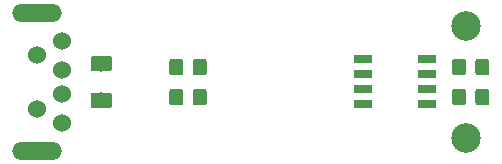
<source format=gbr>
%TF.GenerationSoftware,KiCad,Pcbnew,(5.1.0)-1*%
%TF.CreationDate,2024-04-08T09:54:17+02:00*%
%TF.ProjectId,USB-UART_RS422,5553422d-5541-4525-945f-52533432322e,rev?*%
%TF.SameCoordinates,Original*%
%TF.FileFunction,Soldermask,Bot*%
%TF.FilePolarity,Negative*%
%FSLAX46Y46*%
G04 Gerber Fmt 4.6, Leading zero omitted, Abs format (unit mm)*
G04 Created by KiCad (PCBNEW (5.1.0)-1) date 2024-04-08 09:54:17*
%MOMM*%
%LPD*%
G04 APERTURE LIST*
%ADD10C,0.100000*%
%ADD11C,1.200000*%
%ADD12C,1.325000*%
%ADD13R,1.525000X0.650000*%
%ADD14C,2.500000*%
%ADD15C,1.524000*%
%ADD16O,4.200000X1.524000*%
G04 APERTURE END LIST*
D10*
%TO.C,R3*%
G36*
X150754505Y-96571204D02*
G01*
X150778773Y-96574804D01*
X150802572Y-96580765D01*
X150825671Y-96589030D01*
X150847850Y-96599520D01*
X150868893Y-96612132D01*
X150888599Y-96626747D01*
X150906777Y-96643223D01*
X150923253Y-96661401D01*
X150937868Y-96681107D01*
X150950480Y-96702150D01*
X150960970Y-96724329D01*
X150969235Y-96747428D01*
X150975196Y-96771227D01*
X150978796Y-96795495D01*
X150980000Y-96819999D01*
X150980000Y-97720001D01*
X150978796Y-97744505D01*
X150975196Y-97768773D01*
X150969235Y-97792572D01*
X150960970Y-97815671D01*
X150950480Y-97837850D01*
X150937868Y-97858893D01*
X150923253Y-97878599D01*
X150906777Y-97896777D01*
X150888599Y-97913253D01*
X150868893Y-97927868D01*
X150847850Y-97940480D01*
X150825671Y-97950970D01*
X150802572Y-97959235D01*
X150778773Y-97965196D01*
X150754505Y-97968796D01*
X150730001Y-97970000D01*
X150029999Y-97970000D01*
X150005495Y-97968796D01*
X149981227Y-97965196D01*
X149957428Y-97959235D01*
X149934329Y-97950970D01*
X149912150Y-97940480D01*
X149891107Y-97927868D01*
X149871401Y-97913253D01*
X149853223Y-97896777D01*
X149836747Y-97878599D01*
X149822132Y-97858893D01*
X149809520Y-97837850D01*
X149799030Y-97815671D01*
X149790765Y-97792572D01*
X149784804Y-97768773D01*
X149781204Y-97744505D01*
X149780000Y-97720001D01*
X149780000Y-96819999D01*
X149781204Y-96795495D01*
X149784804Y-96771227D01*
X149790765Y-96747428D01*
X149799030Y-96724329D01*
X149809520Y-96702150D01*
X149822132Y-96681107D01*
X149836747Y-96661401D01*
X149853223Y-96643223D01*
X149871401Y-96626747D01*
X149891107Y-96612132D01*
X149912150Y-96599520D01*
X149934329Y-96589030D01*
X149957428Y-96580765D01*
X149981227Y-96574804D01*
X150005495Y-96571204D01*
X150029999Y-96570000D01*
X150730001Y-96570000D01*
X150754505Y-96571204D01*
X150754505Y-96571204D01*
G37*
D11*
X150380000Y-97270000D03*
D10*
G36*
X148754505Y-96571204D02*
G01*
X148778773Y-96574804D01*
X148802572Y-96580765D01*
X148825671Y-96589030D01*
X148847850Y-96599520D01*
X148868893Y-96612132D01*
X148888599Y-96626747D01*
X148906777Y-96643223D01*
X148923253Y-96661401D01*
X148937868Y-96681107D01*
X148950480Y-96702150D01*
X148960970Y-96724329D01*
X148969235Y-96747428D01*
X148975196Y-96771227D01*
X148978796Y-96795495D01*
X148980000Y-96819999D01*
X148980000Y-97720001D01*
X148978796Y-97744505D01*
X148975196Y-97768773D01*
X148969235Y-97792572D01*
X148960970Y-97815671D01*
X148950480Y-97837850D01*
X148937868Y-97858893D01*
X148923253Y-97878599D01*
X148906777Y-97896777D01*
X148888599Y-97913253D01*
X148868893Y-97927868D01*
X148847850Y-97940480D01*
X148825671Y-97950970D01*
X148802572Y-97959235D01*
X148778773Y-97965196D01*
X148754505Y-97968796D01*
X148730001Y-97970000D01*
X148029999Y-97970000D01*
X148005495Y-97968796D01*
X147981227Y-97965196D01*
X147957428Y-97959235D01*
X147934329Y-97950970D01*
X147912150Y-97940480D01*
X147891107Y-97927868D01*
X147871401Y-97913253D01*
X147853223Y-97896777D01*
X147836747Y-97878599D01*
X147822132Y-97858893D01*
X147809520Y-97837850D01*
X147799030Y-97815671D01*
X147790765Y-97792572D01*
X147784804Y-97768773D01*
X147781204Y-97744505D01*
X147780000Y-97720001D01*
X147780000Y-96819999D01*
X147781204Y-96795495D01*
X147784804Y-96771227D01*
X147790765Y-96747428D01*
X147799030Y-96724329D01*
X147809520Y-96702150D01*
X147822132Y-96681107D01*
X147836747Y-96661401D01*
X147853223Y-96643223D01*
X147871401Y-96626747D01*
X147891107Y-96612132D01*
X147912150Y-96599520D01*
X147934329Y-96589030D01*
X147957428Y-96580765D01*
X147981227Y-96574804D01*
X148005495Y-96571204D01*
X148029999Y-96570000D01*
X148730001Y-96570000D01*
X148754505Y-96571204D01*
X148754505Y-96571204D01*
G37*
D11*
X148380000Y-97270000D03*
%TD*%
D10*
%TO.C,C0*%
G36*
X118784506Y-96901204D02*
G01*
X118808774Y-96904804D01*
X118832573Y-96910765D01*
X118855672Y-96919030D01*
X118877850Y-96929519D01*
X118898893Y-96942132D01*
X118918599Y-96956747D01*
X118936777Y-96973223D01*
X118953253Y-96991401D01*
X118967868Y-97011107D01*
X118980481Y-97032150D01*
X118990970Y-97054328D01*
X118999235Y-97077427D01*
X119005196Y-97101226D01*
X119008796Y-97125494D01*
X119010000Y-97149998D01*
X119010000Y-97975002D01*
X119008796Y-97999506D01*
X119005196Y-98023774D01*
X118999235Y-98047573D01*
X118990970Y-98070672D01*
X118980481Y-98092850D01*
X118967868Y-98113893D01*
X118953253Y-98133599D01*
X118936777Y-98151777D01*
X118918599Y-98168253D01*
X118898893Y-98182868D01*
X118877850Y-98195481D01*
X118855672Y-98205970D01*
X118832573Y-98214235D01*
X118808774Y-98220196D01*
X118784506Y-98223796D01*
X118760002Y-98225000D01*
X117459998Y-98225000D01*
X117435494Y-98223796D01*
X117411226Y-98220196D01*
X117387427Y-98214235D01*
X117364328Y-98205970D01*
X117342150Y-98195481D01*
X117321107Y-98182868D01*
X117301401Y-98168253D01*
X117283223Y-98151777D01*
X117266747Y-98133599D01*
X117252132Y-98113893D01*
X117239519Y-98092850D01*
X117229030Y-98070672D01*
X117220765Y-98047573D01*
X117214804Y-98023774D01*
X117211204Y-97999506D01*
X117210000Y-97975002D01*
X117210000Y-97149998D01*
X117211204Y-97125494D01*
X117214804Y-97101226D01*
X117220765Y-97077427D01*
X117229030Y-97054328D01*
X117239519Y-97032150D01*
X117252132Y-97011107D01*
X117266747Y-96991401D01*
X117283223Y-96973223D01*
X117301401Y-96956747D01*
X117321107Y-96942132D01*
X117342150Y-96929519D01*
X117364328Y-96919030D01*
X117387427Y-96910765D01*
X117411226Y-96904804D01*
X117435494Y-96901204D01*
X117459998Y-96900000D01*
X118760002Y-96900000D01*
X118784506Y-96901204D01*
X118784506Y-96901204D01*
G37*
D12*
X118110000Y-97562500D03*
D10*
G36*
X118784506Y-93776204D02*
G01*
X118808774Y-93779804D01*
X118832573Y-93785765D01*
X118855672Y-93794030D01*
X118877850Y-93804519D01*
X118898893Y-93817132D01*
X118918599Y-93831747D01*
X118936777Y-93848223D01*
X118953253Y-93866401D01*
X118967868Y-93886107D01*
X118980481Y-93907150D01*
X118990970Y-93929328D01*
X118999235Y-93952427D01*
X119005196Y-93976226D01*
X119008796Y-94000494D01*
X119010000Y-94024998D01*
X119010000Y-94850002D01*
X119008796Y-94874506D01*
X119005196Y-94898774D01*
X118999235Y-94922573D01*
X118990970Y-94945672D01*
X118980481Y-94967850D01*
X118967868Y-94988893D01*
X118953253Y-95008599D01*
X118936777Y-95026777D01*
X118918599Y-95043253D01*
X118898893Y-95057868D01*
X118877850Y-95070481D01*
X118855672Y-95080970D01*
X118832573Y-95089235D01*
X118808774Y-95095196D01*
X118784506Y-95098796D01*
X118760002Y-95100000D01*
X117459998Y-95100000D01*
X117435494Y-95098796D01*
X117411226Y-95095196D01*
X117387427Y-95089235D01*
X117364328Y-95080970D01*
X117342150Y-95070481D01*
X117321107Y-95057868D01*
X117301401Y-95043253D01*
X117283223Y-95026777D01*
X117266747Y-95008599D01*
X117252132Y-94988893D01*
X117239519Y-94967850D01*
X117229030Y-94945672D01*
X117220765Y-94922573D01*
X117214804Y-94898774D01*
X117211204Y-94874506D01*
X117210000Y-94850002D01*
X117210000Y-94024998D01*
X117211204Y-94000494D01*
X117214804Y-93976226D01*
X117220765Y-93952427D01*
X117229030Y-93929328D01*
X117239519Y-93907150D01*
X117252132Y-93886107D01*
X117266747Y-93866401D01*
X117283223Y-93848223D01*
X117301401Y-93831747D01*
X117321107Y-93817132D01*
X117342150Y-93804519D01*
X117364328Y-93794030D01*
X117387427Y-93785765D01*
X117411226Y-93779804D01*
X117435494Y-93776204D01*
X117459998Y-93775000D01*
X118760002Y-93775000D01*
X118784506Y-93776204D01*
X118784506Y-93776204D01*
G37*
D12*
X118110000Y-94437500D03*
%TD*%
D13*
%TO.C,IC1*%
X140288000Y-97905000D03*
X140288000Y-96635000D03*
X140288000Y-95365000D03*
X140288000Y-94095000D03*
X145712000Y-94095000D03*
X145712000Y-95365000D03*
X145712000Y-96635000D03*
X145712000Y-97905000D03*
%TD*%
D10*
%TO.C,R1*%
G36*
X126834505Y-94051204D02*
G01*
X126858773Y-94054804D01*
X126882572Y-94060765D01*
X126905671Y-94069030D01*
X126927850Y-94079520D01*
X126948893Y-94092132D01*
X126968599Y-94106747D01*
X126986777Y-94123223D01*
X127003253Y-94141401D01*
X127017868Y-94161107D01*
X127030480Y-94182150D01*
X127040970Y-94204329D01*
X127049235Y-94227428D01*
X127055196Y-94251227D01*
X127058796Y-94275495D01*
X127060000Y-94299999D01*
X127060000Y-95200001D01*
X127058796Y-95224505D01*
X127055196Y-95248773D01*
X127049235Y-95272572D01*
X127040970Y-95295671D01*
X127030480Y-95317850D01*
X127017868Y-95338893D01*
X127003253Y-95358599D01*
X126986777Y-95376777D01*
X126968599Y-95393253D01*
X126948893Y-95407868D01*
X126927850Y-95420480D01*
X126905671Y-95430970D01*
X126882572Y-95439235D01*
X126858773Y-95445196D01*
X126834505Y-95448796D01*
X126810001Y-95450000D01*
X126109999Y-95450000D01*
X126085495Y-95448796D01*
X126061227Y-95445196D01*
X126037428Y-95439235D01*
X126014329Y-95430970D01*
X125992150Y-95420480D01*
X125971107Y-95407868D01*
X125951401Y-95393253D01*
X125933223Y-95376777D01*
X125916747Y-95358599D01*
X125902132Y-95338893D01*
X125889520Y-95317850D01*
X125879030Y-95295671D01*
X125870765Y-95272572D01*
X125864804Y-95248773D01*
X125861204Y-95224505D01*
X125860000Y-95200001D01*
X125860000Y-94299999D01*
X125861204Y-94275495D01*
X125864804Y-94251227D01*
X125870765Y-94227428D01*
X125879030Y-94204329D01*
X125889520Y-94182150D01*
X125902132Y-94161107D01*
X125916747Y-94141401D01*
X125933223Y-94123223D01*
X125951401Y-94106747D01*
X125971107Y-94092132D01*
X125992150Y-94079520D01*
X126014329Y-94069030D01*
X126037428Y-94060765D01*
X126061227Y-94054804D01*
X126085495Y-94051204D01*
X126109999Y-94050000D01*
X126810001Y-94050000D01*
X126834505Y-94051204D01*
X126834505Y-94051204D01*
G37*
D11*
X126460000Y-94750000D03*
D10*
G36*
X124834505Y-94051204D02*
G01*
X124858773Y-94054804D01*
X124882572Y-94060765D01*
X124905671Y-94069030D01*
X124927850Y-94079520D01*
X124948893Y-94092132D01*
X124968599Y-94106747D01*
X124986777Y-94123223D01*
X125003253Y-94141401D01*
X125017868Y-94161107D01*
X125030480Y-94182150D01*
X125040970Y-94204329D01*
X125049235Y-94227428D01*
X125055196Y-94251227D01*
X125058796Y-94275495D01*
X125060000Y-94299999D01*
X125060000Y-95200001D01*
X125058796Y-95224505D01*
X125055196Y-95248773D01*
X125049235Y-95272572D01*
X125040970Y-95295671D01*
X125030480Y-95317850D01*
X125017868Y-95338893D01*
X125003253Y-95358599D01*
X124986777Y-95376777D01*
X124968599Y-95393253D01*
X124948893Y-95407868D01*
X124927850Y-95420480D01*
X124905671Y-95430970D01*
X124882572Y-95439235D01*
X124858773Y-95445196D01*
X124834505Y-95448796D01*
X124810001Y-95450000D01*
X124109999Y-95450000D01*
X124085495Y-95448796D01*
X124061227Y-95445196D01*
X124037428Y-95439235D01*
X124014329Y-95430970D01*
X123992150Y-95420480D01*
X123971107Y-95407868D01*
X123951401Y-95393253D01*
X123933223Y-95376777D01*
X123916747Y-95358599D01*
X123902132Y-95338893D01*
X123889520Y-95317850D01*
X123879030Y-95295671D01*
X123870765Y-95272572D01*
X123864804Y-95248773D01*
X123861204Y-95224505D01*
X123860000Y-95200001D01*
X123860000Y-94299999D01*
X123861204Y-94275495D01*
X123864804Y-94251227D01*
X123870765Y-94227428D01*
X123879030Y-94204329D01*
X123889520Y-94182150D01*
X123902132Y-94161107D01*
X123916747Y-94141401D01*
X123933223Y-94123223D01*
X123951401Y-94106747D01*
X123971107Y-94092132D01*
X123992150Y-94079520D01*
X124014329Y-94069030D01*
X124037428Y-94060765D01*
X124061227Y-94054804D01*
X124085495Y-94051204D01*
X124109999Y-94050000D01*
X124810001Y-94050000D01*
X124834505Y-94051204D01*
X124834505Y-94051204D01*
G37*
D11*
X124460000Y-94750000D03*
%TD*%
D10*
%TO.C,R2*%
G36*
X126834505Y-96591204D02*
G01*
X126858773Y-96594804D01*
X126882572Y-96600765D01*
X126905671Y-96609030D01*
X126927850Y-96619520D01*
X126948893Y-96632132D01*
X126968599Y-96646747D01*
X126986777Y-96663223D01*
X127003253Y-96681401D01*
X127017868Y-96701107D01*
X127030480Y-96722150D01*
X127040970Y-96744329D01*
X127049235Y-96767428D01*
X127055196Y-96791227D01*
X127058796Y-96815495D01*
X127060000Y-96839999D01*
X127060000Y-97740001D01*
X127058796Y-97764505D01*
X127055196Y-97788773D01*
X127049235Y-97812572D01*
X127040970Y-97835671D01*
X127030480Y-97857850D01*
X127017868Y-97878893D01*
X127003253Y-97898599D01*
X126986777Y-97916777D01*
X126968599Y-97933253D01*
X126948893Y-97947868D01*
X126927850Y-97960480D01*
X126905671Y-97970970D01*
X126882572Y-97979235D01*
X126858773Y-97985196D01*
X126834505Y-97988796D01*
X126810001Y-97990000D01*
X126109999Y-97990000D01*
X126085495Y-97988796D01*
X126061227Y-97985196D01*
X126037428Y-97979235D01*
X126014329Y-97970970D01*
X125992150Y-97960480D01*
X125971107Y-97947868D01*
X125951401Y-97933253D01*
X125933223Y-97916777D01*
X125916747Y-97898599D01*
X125902132Y-97878893D01*
X125889520Y-97857850D01*
X125879030Y-97835671D01*
X125870765Y-97812572D01*
X125864804Y-97788773D01*
X125861204Y-97764505D01*
X125860000Y-97740001D01*
X125860000Y-96839999D01*
X125861204Y-96815495D01*
X125864804Y-96791227D01*
X125870765Y-96767428D01*
X125879030Y-96744329D01*
X125889520Y-96722150D01*
X125902132Y-96701107D01*
X125916747Y-96681401D01*
X125933223Y-96663223D01*
X125951401Y-96646747D01*
X125971107Y-96632132D01*
X125992150Y-96619520D01*
X126014329Y-96609030D01*
X126037428Y-96600765D01*
X126061227Y-96594804D01*
X126085495Y-96591204D01*
X126109999Y-96590000D01*
X126810001Y-96590000D01*
X126834505Y-96591204D01*
X126834505Y-96591204D01*
G37*
D11*
X126460000Y-97290000D03*
D10*
G36*
X124834505Y-96591204D02*
G01*
X124858773Y-96594804D01*
X124882572Y-96600765D01*
X124905671Y-96609030D01*
X124927850Y-96619520D01*
X124948893Y-96632132D01*
X124968599Y-96646747D01*
X124986777Y-96663223D01*
X125003253Y-96681401D01*
X125017868Y-96701107D01*
X125030480Y-96722150D01*
X125040970Y-96744329D01*
X125049235Y-96767428D01*
X125055196Y-96791227D01*
X125058796Y-96815495D01*
X125060000Y-96839999D01*
X125060000Y-97740001D01*
X125058796Y-97764505D01*
X125055196Y-97788773D01*
X125049235Y-97812572D01*
X125040970Y-97835671D01*
X125030480Y-97857850D01*
X125017868Y-97878893D01*
X125003253Y-97898599D01*
X124986777Y-97916777D01*
X124968599Y-97933253D01*
X124948893Y-97947868D01*
X124927850Y-97960480D01*
X124905671Y-97970970D01*
X124882572Y-97979235D01*
X124858773Y-97985196D01*
X124834505Y-97988796D01*
X124810001Y-97990000D01*
X124109999Y-97990000D01*
X124085495Y-97988796D01*
X124061227Y-97985196D01*
X124037428Y-97979235D01*
X124014329Y-97970970D01*
X123992150Y-97960480D01*
X123971107Y-97947868D01*
X123951401Y-97933253D01*
X123933223Y-97916777D01*
X123916747Y-97898599D01*
X123902132Y-97878893D01*
X123889520Y-97857850D01*
X123879030Y-97835671D01*
X123870765Y-97812572D01*
X123864804Y-97788773D01*
X123861204Y-97764505D01*
X123860000Y-97740001D01*
X123860000Y-96839999D01*
X123861204Y-96815495D01*
X123864804Y-96791227D01*
X123870765Y-96767428D01*
X123879030Y-96744329D01*
X123889520Y-96722150D01*
X123902132Y-96701107D01*
X123916747Y-96681401D01*
X123933223Y-96663223D01*
X123951401Y-96646747D01*
X123971107Y-96632132D01*
X123992150Y-96619520D01*
X124014329Y-96609030D01*
X124037428Y-96600765D01*
X124061227Y-96594804D01*
X124085495Y-96591204D01*
X124109999Y-96590000D01*
X124810001Y-96590000D01*
X124834505Y-96591204D01*
X124834505Y-96591204D01*
G37*
D11*
X124460000Y-97290000D03*
%TD*%
D10*
%TO.C,R4*%
G36*
X150754505Y-94031204D02*
G01*
X150778773Y-94034804D01*
X150802572Y-94040765D01*
X150825671Y-94049030D01*
X150847850Y-94059520D01*
X150868893Y-94072132D01*
X150888599Y-94086747D01*
X150906777Y-94103223D01*
X150923253Y-94121401D01*
X150937868Y-94141107D01*
X150950480Y-94162150D01*
X150960970Y-94184329D01*
X150969235Y-94207428D01*
X150975196Y-94231227D01*
X150978796Y-94255495D01*
X150980000Y-94279999D01*
X150980000Y-95180001D01*
X150978796Y-95204505D01*
X150975196Y-95228773D01*
X150969235Y-95252572D01*
X150960970Y-95275671D01*
X150950480Y-95297850D01*
X150937868Y-95318893D01*
X150923253Y-95338599D01*
X150906777Y-95356777D01*
X150888599Y-95373253D01*
X150868893Y-95387868D01*
X150847850Y-95400480D01*
X150825671Y-95410970D01*
X150802572Y-95419235D01*
X150778773Y-95425196D01*
X150754505Y-95428796D01*
X150730001Y-95430000D01*
X150029999Y-95430000D01*
X150005495Y-95428796D01*
X149981227Y-95425196D01*
X149957428Y-95419235D01*
X149934329Y-95410970D01*
X149912150Y-95400480D01*
X149891107Y-95387868D01*
X149871401Y-95373253D01*
X149853223Y-95356777D01*
X149836747Y-95338599D01*
X149822132Y-95318893D01*
X149809520Y-95297850D01*
X149799030Y-95275671D01*
X149790765Y-95252572D01*
X149784804Y-95228773D01*
X149781204Y-95204505D01*
X149780000Y-95180001D01*
X149780000Y-94279999D01*
X149781204Y-94255495D01*
X149784804Y-94231227D01*
X149790765Y-94207428D01*
X149799030Y-94184329D01*
X149809520Y-94162150D01*
X149822132Y-94141107D01*
X149836747Y-94121401D01*
X149853223Y-94103223D01*
X149871401Y-94086747D01*
X149891107Y-94072132D01*
X149912150Y-94059520D01*
X149934329Y-94049030D01*
X149957428Y-94040765D01*
X149981227Y-94034804D01*
X150005495Y-94031204D01*
X150029999Y-94030000D01*
X150730001Y-94030000D01*
X150754505Y-94031204D01*
X150754505Y-94031204D01*
G37*
D11*
X150380000Y-94730000D03*
D10*
G36*
X148754505Y-94031204D02*
G01*
X148778773Y-94034804D01*
X148802572Y-94040765D01*
X148825671Y-94049030D01*
X148847850Y-94059520D01*
X148868893Y-94072132D01*
X148888599Y-94086747D01*
X148906777Y-94103223D01*
X148923253Y-94121401D01*
X148937868Y-94141107D01*
X148950480Y-94162150D01*
X148960970Y-94184329D01*
X148969235Y-94207428D01*
X148975196Y-94231227D01*
X148978796Y-94255495D01*
X148980000Y-94279999D01*
X148980000Y-95180001D01*
X148978796Y-95204505D01*
X148975196Y-95228773D01*
X148969235Y-95252572D01*
X148960970Y-95275671D01*
X148950480Y-95297850D01*
X148937868Y-95318893D01*
X148923253Y-95338599D01*
X148906777Y-95356777D01*
X148888599Y-95373253D01*
X148868893Y-95387868D01*
X148847850Y-95400480D01*
X148825671Y-95410970D01*
X148802572Y-95419235D01*
X148778773Y-95425196D01*
X148754505Y-95428796D01*
X148730001Y-95430000D01*
X148029999Y-95430000D01*
X148005495Y-95428796D01*
X147981227Y-95425196D01*
X147957428Y-95419235D01*
X147934329Y-95410970D01*
X147912150Y-95400480D01*
X147891107Y-95387868D01*
X147871401Y-95373253D01*
X147853223Y-95356777D01*
X147836747Y-95338599D01*
X147822132Y-95318893D01*
X147809520Y-95297850D01*
X147799030Y-95275671D01*
X147790765Y-95252572D01*
X147784804Y-95228773D01*
X147781204Y-95204505D01*
X147780000Y-95180001D01*
X147780000Y-94279999D01*
X147781204Y-94255495D01*
X147784804Y-94231227D01*
X147790765Y-94207428D01*
X147799030Y-94184329D01*
X147809520Y-94162150D01*
X147822132Y-94141107D01*
X147836747Y-94121401D01*
X147853223Y-94103223D01*
X147871401Y-94086747D01*
X147891107Y-94072132D01*
X147912150Y-94059520D01*
X147934329Y-94049030D01*
X147957428Y-94040765D01*
X147981227Y-94034804D01*
X148005495Y-94031204D01*
X148029999Y-94030000D01*
X148730001Y-94030000D01*
X148754505Y-94031204D01*
X148754505Y-94031204D01*
G37*
D11*
X148380000Y-94730000D03*
%TD*%
D14*
%TO.C,RX0*%
X149000000Y-100750000D03*
%TD*%
%TO.C,TX0*%
X149000000Y-91250000D03*
%TD*%
D15*
%TO.C,U0*%
X114750000Y-95000000D03*
X114750000Y-97000000D03*
X114750000Y-92500000D03*
X114750000Y-99500000D03*
X112650000Y-93750000D03*
X112650000Y-98250000D03*
D16*
X112650000Y-101850000D03*
X112650000Y-90150000D03*
%TD*%
M02*

</source>
